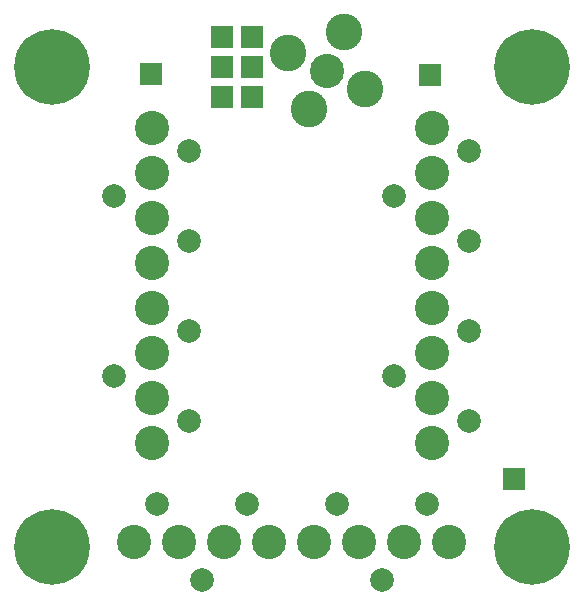
<source format=gbr>
%TF.GenerationSoftware,KiCad,Pcbnew,6.0.4-6f826c9f35~116~ubuntu20.04.1*%
%TF.CreationDate,2022-05-15T22:55:21+00:00*%
%TF.ProjectId,VLFANT01B,564c4641-4e54-4303-9142-2e6b69636164,rev?*%
%TF.SameCoordinates,Original*%
%TF.FileFunction,Soldermask,Bot*%
%TF.FilePolarity,Negative*%
%FSLAX46Y46*%
G04 Gerber Fmt 4.6, Leading zero omitted, Abs format (unit mm)*
G04 Created by KiCad (PCBNEW 6.0.4-6f826c9f35~116~ubuntu20.04.1) date 2022-05-15 22:55:21*
%MOMM*%
%LPD*%
G01*
G04 APERTURE LIST*
G04 Aperture macros list*
%AMRoundRect*
0 Rectangle with rounded corners*
0 $1 Rounding radius*
0 $2 $3 $4 $5 $6 $7 $8 $9 X,Y pos of 4 corners*
0 Add a 4 corners polygon primitive as box body*
4,1,4,$2,$3,$4,$5,$6,$7,$8,$9,$2,$3,0*
0 Add four circle primitives for the rounded corners*
1,1,$1+$1,$2,$3*
1,1,$1+$1,$4,$5*
1,1,$1+$1,$6,$7*
1,1,$1+$1,$8,$9*
0 Add four rect primitives between the rounded corners*
20,1,$1+$1,$2,$3,$4,$5,0*
20,1,$1+$1,$4,$5,$6,$7,0*
20,1,$1+$1,$6,$7,$8,$9,0*
20,1,$1+$1,$8,$9,$2,$3,0*%
G04 Aperture macros list end*
%ADD10C,2.900000*%
%ADD11C,3.100000*%
%ADD12RoundRect,0.200000X0.762000X0.762000X-0.762000X0.762000X-0.762000X-0.762000X0.762000X-0.762000X0*%
%ADD13C,6.400000*%
%ADD14RoundRect,0.200000X-0.762000X-0.762000X0.762000X-0.762000X0.762000X0.762000X-0.762000X0.762000X0*%
%ADD15C,2.000000*%
G04 APERTURE END LIST*
D10*
%TO.C,J7*%
X145700000Y-87800000D03*
D11*
X148955550Y-89318088D03*
X142444450Y-86281912D03*
X144181912Y-91055550D03*
X147218088Y-84544450D03*
%TD*%
D12*
%TO.C,J8*%
X139370000Y-90040000D03*
X136830000Y-90040000D03*
X139370000Y-87500000D03*
X136830000Y-87500000D03*
X139370000Y-84960000D03*
X136830000Y-84960000D03*
%TD*%
D13*
%TO.C,M1*%
X163071000Y-87505000D03*
%TD*%
%TO.C,M2*%
X163071000Y-128145000D03*
%TD*%
%TO.C,M3*%
X122431000Y-87505000D03*
%TD*%
%TO.C,M4*%
X122431000Y-128145000D03*
%TD*%
D14*
%TO.C,J6*%
X161600000Y-122400000D03*
%TD*%
%TO.C,J4*%
X154500000Y-88200000D03*
%TD*%
D15*
%TO.C,J5*%
X157800000Y-109810000D03*
X157800000Y-117430000D03*
X157800000Y-94570000D03*
X151400000Y-113620000D03*
X151400000Y-98380000D03*
X157800000Y-102190000D03*
D10*
X154600000Y-92665000D03*
X154600000Y-96475000D03*
X154600000Y-100285000D03*
X154600000Y-104095001D03*
X154600000Y-107904999D03*
X154600000Y-111715000D03*
X154600000Y-115525000D03*
X154600000Y-119335000D03*
%TD*%
D14*
%TO.C,J2*%
X130800000Y-88100000D03*
%TD*%
D15*
%TO.C,J1*%
X127692000Y-113620000D03*
X134092000Y-109810000D03*
X134092000Y-94570000D03*
X127692000Y-98380000D03*
X134092000Y-117430000D03*
X134092000Y-102190000D03*
D10*
X130892000Y-92665000D03*
X130892000Y-96475000D03*
X130892000Y-100285000D03*
X130892000Y-104095001D03*
X130892000Y-107904999D03*
X130892000Y-111715000D03*
X130892000Y-115525000D03*
X130892000Y-119335000D03*
%TD*%
D15*
%TO.C,J3*%
X131321000Y-124500000D03*
X154181000Y-124500000D03*
X146561000Y-124500000D03*
X135131000Y-130900000D03*
X150371000Y-130900000D03*
X138941000Y-124500000D03*
D10*
X129416000Y-127700000D03*
X133226000Y-127700000D03*
X137036000Y-127700000D03*
X140846001Y-127700000D03*
X144655999Y-127700000D03*
X148466000Y-127700000D03*
X152276000Y-127700000D03*
X156086000Y-127700000D03*
%TD*%
M02*

</source>
